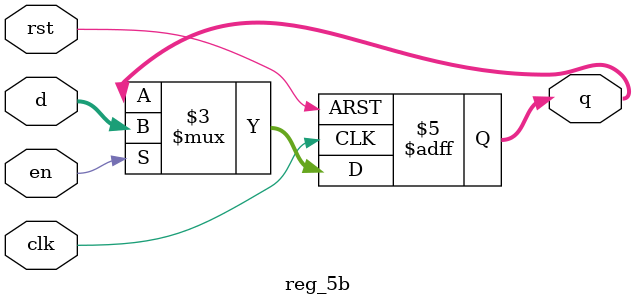
<source format=v>
module reg_5b(d, en, clk, rst, q);
  input [4:0]d;
  input en, clk, rst;
  output [4:0] q;
  reg [4:0] q = 5'b00000;
  always @(posedge clk or posedge rst) begin
    if(rst) q <= 5'b00000;
    else if(en) q <= d;
  end
endmodule
</source>
